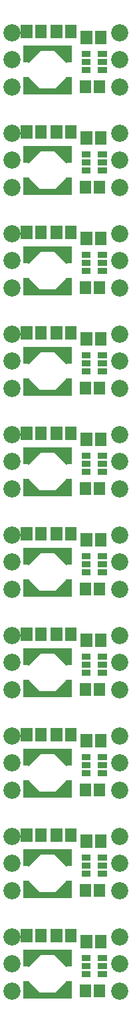
<source format=gbr>
G04 start of page 7 for group -4063 idx -4063 *
G04 Title: (unknown), componentmask *
G04 Creator: pcb 4.0.2 *
G04 CreationDate: Mon Aug 16 16:10:31 2021 UTC *
G04 For: ndholmes *
G04 Format: Gerber/RS-274X *
G04 PCB-Dimensions (mil): 700.00 5100.00 *
G04 PCB-Coordinate-Origin: lower left *
%MOIN*%
%FSLAX25Y25*%
%LNTOPMASK*%
%ADD34C,0.0001*%
%ADD33C,0.0860*%
G54D33*X62000Y366500D03*
Y380000D03*
Y393500D03*
Y343500D03*
X8000Y380000D03*
Y366500D03*
Y393500D03*
Y330000D03*
Y316500D03*
Y343500D03*
Y466500D03*
X62000Y416500D03*
X8000D03*
X62000Y443500D03*
X8000D03*
X62000Y466500D03*
X8000Y480000D03*
X62000D03*
Y493500D03*
X8000D03*
Y430000D03*
X62000D03*
Y316500D03*
Y330000D03*
Y280000D03*
Y293500D03*
X8000Y280000D03*
Y293500D03*
Y266500D03*
Y230000D03*
Y243500D03*
X62000Y266500D03*
Y216500D03*
Y230000D03*
Y243500D03*
Y166500D03*
Y180000D03*
Y193500D03*
X8000Y216500D03*
Y180000D03*
Y166500D03*
Y193500D03*
X62000Y116500D03*
Y130000D03*
Y143500D03*
Y93500D03*
X8000Y130000D03*
Y116500D03*
Y143500D03*
Y80000D03*
Y66500D03*
Y93500D03*
X62000Y66500D03*
Y80000D03*
Y16500D03*
Y30000D03*
Y43500D03*
X8000Y30000D03*
Y16500D03*
Y43500D03*
G54D34*G36*
X13850Y315750D02*Y312850D01*
X38150D01*
Y315750D01*
X13850D01*
G37*
G36*
X38150Y321350D02*X35250D01*
Y312850D01*
X38150D01*
Y321350D01*
G37*
G36*
X16750D02*X13850D01*
Y312850D01*
X16750D01*
Y321350D01*
G37*
G36*
X33750Y317250D02*Y313650D01*
X37350D01*
Y317250D01*
X33750D01*
G37*
G36*
X14650D02*Y313650D01*
X18250D01*
Y317250D01*
X14650D01*
G37*
G36*
X38096Y318923D02*X35550Y321469D01*
X29531Y315450D01*
X32077Y312904D01*
X38096Y318923D01*
G37*
G36*
X16450Y321469D02*X13904Y318923D01*
X19923Y312904D01*
X22469Y315450D01*
X16450Y321469D01*
G37*
G36*
X51200Y326500D02*Y323500D01*
X55800D01*
Y326500D01*
X51200D01*
G37*
G36*
X54902Y319752D02*X49184D01*
Y313248D01*
X54902D01*
Y319752D01*
G37*
G36*
X51200Y330400D02*Y327400D01*
X55800D01*
Y330400D01*
X51200D01*
G37*
G36*
Y334300D02*Y331300D01*
X55800D01*
Y334300D01*
X51200D01*
G37*
G36*
X55402Y344252D02*X49684D01*
Y337748D01*
X55402D01*
Y344252D01*
G37*
G36*
X18316Y297252D02*X12598D01*
Y290748D01*
X18316D01*
Y297252D01*
G37*
G36*
X25402D02*X19684D01*
Y290748D01*
X25402D01*
Y297252D01*
G37*
G36*
X40402D02*X34684D01*
Y290748D01*
X40402D01*
Y297252D01*
G37*
G36*
X33316D02*X27598D01*
Y290748D01*
X33316D01*
Y297252D01*
G37*
G36*
X13850Y287150D02*Y284250D01*
X38150D01*
Y287150D01*
X13850D01*
G37*
G36*
Y265750D02*Y262850D01*
X38150D01*
Y265750D01*
X13850D01*
G37*
G36*
X38150Y271350D02*X35250D01*
Y262850D01*
X38150D01*
Y271350D01*
G37*
G36*
X16750D02*X13850D01*
Y262850D01*
X16750D01*
Y271350D01*
G37*
G36*
X33750Y267250D02*Y263650D01*
X37350D01*
Y267250D01*
X33750D01*
G37*
G36*
X14650D02*Y263650D01*
X18250D01*
Y267250D01*
X14650D01*
G37*
G36*
X16450Y271469D02*X13904Y268923D01*
X19923Y262904D01*
X22469Y265450D01*
X16450Y271469D01*
G37*
G36*
X51200Y276500D02*Y273500D01*
X55800D01*
Y276500D01*
X51200D01*
G37*
G36*
X54902Y269752D02*X49184D01*
Y263248D01*
X54902D01*
Y269752D01*
G37*
G36*
X51200Y280400D02*Y277400D01*
X55800D01*
Y280400D01*
X51200D01*
G37*
G36*
Y284300D02*Y281300D01*
X55800D01*
Y284300D01*
X51200D01*
G37*
G36*
X38096Y268923D02*X35550Y271469D01*
X29531Y265450D01*
X32077Y262904D01*
X38096Y268923D01*
G37*
G36*
X40402Y247252D02*X34684D01*
Y240748D01*
X40402D01*
Y247252D01*
G37*
G36*
X33316D02*X27598D01*
Y240748D01*
X33316D01*
Y247252D01*
G37*
G36*
X18316D02*X12598D01*
Y240748D01*
X18316D01*
Y247252D01*
G37*
G36*
X25402D02*X19684D01*
Y240748D01*
X25402D01*
Y247252D01*
G37*
G36*
X16750Y237150D02*X13850D01*
Y228650D01*
X16750D01*
Y237150D01*
G37*
G36*
X22469Y234550D02*X19923Y237096D01*
X13904Y231077D01*
X16450Y228531D01*
X22469Y234550D01*
G37*
G36*
X14650Y236350D02*Y232750D01*
X18250D01*
Y236350D01*
X14650D01*
G37*
G36*
X13850Y215750D02*Y212850D01*
X38150D01*
Y215750D01*
X13850D01*
G37*
G36*
X38150Y221350D02*X35250D01*
Y212850D01*
X38150D01*
Y221350D01*
G37*
G36*
X16750D02*X13850D01*
Y212850D01*
X16750D01*
Y221350D01*
G37*
G36*
X33750Y217250D02*Y213650D01*
X37350D01*
Y217250D01*
X33750D01*
G37*
G36*
X14650D02*Y213650D01*
X18250D01*
Y217250D01*
X14650D01*
G37*
G36*
X16450Y221469D02*X13904Y218923D01*
X19923Y212904D01*
X22469Y215450D01*
X16450Y221469D01*
G37*
G36*
X32077Y237096D02*X29531Y234550D01*
X35550Y228531D01*
X38096Y231077D01*
X32077Y237096D01*
G37*
G36*
X13850Y237150D02*Y234250D01*
X38150D01*
Y237150D01*
X13850D01*
G37*
G36*
X38150D02*X35250D01*
Y228650D01*
X38150D01*
Y237150D01*
G37*
G36*
X33750Y236350D02*Y232750D01*
X37350D01*
Y236350D01*
X33750D01*
G37*
G36*
X51200Y226500D02*Y223500D01*
X55800D01*
Y226500D01*
X51200D01*
G37*
G36*
Y230400D02*Y227400D01*
X55800D01*
Y230400D01*
X51200D01*
G37*
G36*
X43000D02*Y227400D01*
X47600D01*
Y230400D01*
X43000D01*
G37*
G36*
Y226500D02*Y223500D01*
X47600D01*
Y226500D01*
X43000D01*
G37*
G36*
X51200Y234300D02*Y231300D01*
X55800D01*
Y234300D01*
X51200D01*
G37*
G36*
X43000D02*Y231300D01*
X47600D01*
Y234300D01*
X43000D01*
G37*
G36*
X55402Y244252D02*X49684D01*
Y237748D01*
X55402D01*
Y244252D01*
G37*
G36*
X48316D02*X42598D01*
Y237748D01*
X48316D01*
Y244252D01*
G37*
G36*
X38096Y218923D02*X35550Y221469D01*
X29531Y215450D01*
X32077Y212904D01*
X38096Y218923D01*
G37*
G36*
X40402Y197252D02*X34684D01*
Y190748D01*
X40402D01*
Y197252D01*
G37*
G36*
X33316D02*X27598D01*
Y190748D01*
X33316D01*
Y197252D01*
G37*
G36*
X54902Y219752D02*X49184D01*
Y213248D01*
X54902D01*
Y219752D01*
G37*
G36*
X55402Y194252D02*X49684D01*
Y187748D01*
X55402D01*
Y194252D01*
G37*
G36*
X47816Y219752D02*X42098D01*
Y213248D01*
X47816D01*
Y219752D01*
G37*
G36*
X43000Y184300D02*Y181300D01*
X47600D01*
Y184300D01*
X43000D01*
G37*
G36*
Y180400D02*Y177400D01*
X47600D01*
Y180400D01*
X43000D01*
G37*
G36*
Y176500D02*Y173500D01*
X47600D01*
Y176500D01*
X43000D01*
G37*
G36*
X47816Y169752D02*X42098D01*
Y163248D01*
X47816D01*
Y169752D01*
G37*
G36*
X48316Y194252D02*X42598D01*
Y187748D01*
X48316D01*
Y194252D01*
G37*
G36*
X51200Y176500D02*Y173500D01*
X55800D01*
Y176500D01*
X51200D01*
G37*
G36*
Y180400D02*Y177400D01*
X55800D01*
Y180400D01*
X51200D01*
G37*
G36*
Y184300D02*Y181300D01*
X55800D01*
Y184300D01*
X51200D01*
G37*
G36*
X54902Y169752D02*X49184D01*
Y163248D01*
X54902D01*
Y169752D01*
G37*
G36*
X18316Y197252D02*X12598D01*
Y190748D01*
X18316D01*
Y197252D01*
G37*
G36*
X25402D02*X19684D01*
Y190748D01*
X25402D01*
Y197252D01*
G37*
G36*
X16750Y187150D02*X13850D01*
Y178650D01*
X16750D01*
Y187150D01*
G37*
G36*
X22469Y184550D02*X19923Y187096D01*
X13904Y181077D01*
X16450Y178531D01*
X22469Y184550D01*
G37*
G36*
X14650Y186350D02*Y182750D01*
X18250D01*
Y186350D01*
X14650D01*
G37*
G36*
X13850Y165750D02*Y162850D01*
X38150D01*
Y165750D01*
X13850D01*
G37*
G36*
X38150Y171350D02*X35250D01*
Y162850D01*
X38150D01*
Y171350D01*
G37*
G36*
X16750D02*X13850D01*
Y162850D01*
X16750D01*
Y171350D01*
G37*
G36*
X33750Y167250D02*Y163650D01*
X37350D01*
Y167250D01*
X33750D01*
G37*
G36*
X14650D02*Y163650D01*
X18250D01*
Y167250D01*
X14650D01*
G37*
G36*
X38096Y168923D02*X35550Y171469D01*
X29531Y165450D01*
X32077Y162904D01*
X38096Y168923D01*
G37*
G36*
X40402Y147252D02*X34684D01*
Y140748D01*
X40402D01*
Y147252D01*
G37*
G36*
X33316D02*X27598D01*
Y140748D01*
X33316D01*
Y147252D01*
G37*
G36*
X16450Y171469D02*X13904Y168923D01*
X19923Y162904D01*
X22469Y165450D01*
X16450Y171469D01*
G37*
G36*
X18316Y147252D02*X12598D01*
Y140748D01*
X18316D01*
Y147252D01*
G37*
G36*
X25402D02*X19684D01*
Y140748D01*
X25402D01*
Y147252D01*
G37*
G36*
X32077Y187096D02*X29531Y184550D01*
X35550Y178531D01*
X38096Y181077D01*
X32077Y187096D01*
G37*
G36*
X13850Y187150D02*Y184250D01*
X38150D01*
Y187150D01*
X13850D01*
G37*
G36*
X38150D02*X35250D01*
Y178650D01*
X38150D01*
Y187150D01*
G37*
G36*
X33750Y186350D02*Y182750D01*
X37350D01*
Y186350D01*
X33750D01*
G37*
G36*
X13850Y137150D02*Y134250D01*
X38150D01*
Y137150D01*
X13850D01*
G37*
G36*
X38150D02*X35250D01*
Y128650D01*
X38150D01*
Y137150D01*
G37*
G36*
X32077Y137096D02*X29531Y134550D01*
X35550Y128531D01*
X38096Y131077D01*
X32077Y137096D01*
G37*
G36*
X33750Y136350D02*Y132750D01*
X37350D01*
Y136350D01*
X33750D01*
G37*
G36*
X16750Y137150D02*X13850D01*
Y128650D01*
X16750D01*
Y137150D01*
G37*
G36*
X22469Y134550D02*X19923Y137096D01*
X13904Y131077D01*
X16450Y128531D01*
X22469Y134550D01*
G37*
G36*
X14650Y136350D02*Y132750D01*
X18250D01*
Y136350D01*
X14650D01*
G37*
G36*
X51200Y126500D02*Y123500D01*
X55800D01*
Y126500D01*
X51200D01*
G37*
G36*
Y130400D02*Y127400D01*
X55800D01*
Y130400D01*
X51200D01*
G37*
G36*
Y134300D02*Y131300D01*
X55800D01*
Y134300D01*
X51200D01*
G37*
G36*
X43000D02*Y131300D01*
X47600D01*
Y134300D01*
X43000D01*
G37*
G36*
Y130400D02*Y127400D01*
X47600D01*
Y130400D01*
X43000D01*
G37*
G36*
Y126500D02*Y123500D01*
X47600D01*
Y126500D01*
X43000D01*
G37*
G36*
X54902Y119752D02*X49184D01*
Y113248D01*
X54902D01*
Y119752D01*
G37*
G36*
X55402Y144252D02*X49684D01*
Y137748D01*
X55402D01*
Y144252D01*
G37*
G36*
X48316D02*X42598D01*
Y137748D01*
X48316D01*
Y144252D01*
G37*
G36*
X13850Y115750D02*Y112850D01*
X38150D01*
Y115750D01*
X13850D01*
G37*
G36*
X38150Y121350D02*X35250D01*
Y112850D01*
X38150D01*
Y121350D01*
G37*
G36*
X40402Y97252D02*X34684D01*
Y90748D01*
X40402D01*
Y97252D01*
G37*
G36*
X33316D02*X27598D01*
Y90748D01*
X33316D01*
Y97252D01*
G37*
G36*
X16750Y121350D02*X13850D01*
Y112850D01*
X16750D01*
Y121350D01*
G37*
G36*
X38096Y118923D02*X35550Y121469D01*
X29531Y115450D01*
X32077Y112904D01*
X38096Y118923D01*
G37*
G36*
X33750Y117250D02*Y113650D01*
X37350D01*
Y117250D01*
X33750D01*
G37*
G36*
X16450Y121469D02*X13904Y118923D01*
X19923Y112904D01*
X22469Y115450D01*
X16450Y121469D01*
G37*
G36*
X14650Y117250D02*Y113650D01*
X18250D01*
Y117250D01*
X14650D01*
G37*
G36*
X47816Y119752D02*X42098D01*
Y113248D01*
X47816D01*
Y119752D01*
G37*
G36*
X43000Y84300D02*Y81300D01*
X47600D01*
Y84300D01*
X43000D01*
G37*
G36*
Y80400D02*Y77400D01*
X47600D01*
Y80400D01*
X43000D01*
G37*
G36*
Y76500D02*Y73500D01*
X47600D01*
Y76500D01*
X43000D01*
G37*
G36*
X47816Y69752D02*X42098D01*
Y63248D01*
X47816D01*
Y69752D01*
G37*
G36*
X48316Y94252D02*X42598D01*
Y87748D01*
X48316D01*
Y94252D01*
G37*
G36*
X55402D02*X49684D01*
Y87748D01*
X55402D01*
Y94252D01*
G37*
G36*
X51200Y76500D02*Y73500D01*
X55800D01*
Y76500D01*
X51200D01*
G37*
G36*
Y80400D02*Y77400D01*
X55800D01*
Y80400D01*
X51200D01*
G37*
G36*
Y84300D02*Y81300D01*
X55800D01*
Y84300D01*
X51200D01*
G37*
G36*
X54902Y69752D02*X49184D01*
Y63248D01*
X54902D01*
Y69752D01*
G37*
G36*
X18316Y97252D02*X12598D01*
Y90748D01*
X18316D01*
Y97252D01*
G37*
G36*
X25402D02*X19684D01*
Y90748D01*
X25402D01*
Y97252D01*
G37*
G36*
X16750Y87150D02*X13850D01*
Y78650D01*
X16750D01*
Y87150D01*
G37*
G36*
X14650Y86350D02*Y82750D01*
X18250D01*
Y86350D01*
X14650D01*
G37*
G36*
X32077Y87096D02*X29531Y84550D01*
X35550Y78531D01*
X38096Y81077D01*
X32077Y87096D01*
G37*
G36*
X22469Y84550D02*X19923Y87096D01*
X13904Y81077D01*
X16450Y78531D01*
X22469Y84550D01*
G37*
G36*
X13850Y87150D02*Y84250D01*
X38150D01*
Y87150D01*
X13850D01*
G37*
G36*
X38150D02*X35250D01*
Y78650D01*
X38150D01*
Y87150D01*
G37*
G36*
X33750Y86350D02*Y82750D01*
X37350D01*
Y86350D01*
X33750D01*
G37*
G36*
X13850Y65750D02*Y62850D01*
X38150D01*
Y65750D01*
X13850D01*
G37*
G36*
X38150Y71350D02*X35250D01*
Y62850D01*
X38150D01*
Y71350D01*
G37*
G36*
X16750D02*X13850D01*
Y62850D01*
X16750D01*
Y71350D01*
G37*
G36*
X33750Y67250D02*Y63650D01*
X37350D01*
Y67250D01*
X33750D01*
G37*
G36*
X14650D02*Y63650D01*
X18250D01*
Y67250D01*
X14650D01*
G37*
G36*
X38096Y68923D02*X35550Y71469D01*
X29531Y65450D01*
X32077Y62904D01*
X38096Y68923D01*
G37*
G36*
X16450Y71469D02*X13904Y68923D01*
X19923Y62904D01*
X22469Y65450D01*
X16450Y71469D01*
G37*
G36*
X18316Y47252D02*X12598D01*
Y40748D01*
X18316D01*
Y47252D01*
G37*
G36*
X25402D02*X19684D01*
Y40748D01*
X25402D01*
Y47252D01*
G37*
G36*
X40402D02*X34684D01*
Y40748D01*
X40402D01*
Y47252D01*
G37*
G36*
X33316D02*X27598D01*
Y40748D01*
X33316D01*
Y47252D01*
G37*
G36*
X51200Y26500D02*Y23500D01*
X55800D01*
Y26500D01*
X51200D01*
G37*
G36*
Y30400D02*Y27400D01*
X55800D01*
Y30400D01*
X51200D01*
G37*
G36*
Y34300D02*Y31300D01*
X55800D01*
Y34300D01*
X51200D01*
G37*
G36*
X43000D02*Y31300D01*
X47600D01*
Y34300D01*
X43000D01*
G37*
G36*
Y30400D02*Y27400D01*
X47600D01*
Y30400D01*
X43000D01*
G37*
G36*
Y26500D02*Y23500D01*
X47600D01*
Y26500D01*
X43000D01*
G37*
G36*
X54902Y19752D02*X49184D01*
Y13248D01*
X54902D01*
Y19752D01*
G37*
G36*
X47816D02*X42098D01*
Y13248D01*
X47816D01*
Y19752D01*
G37*
G36*
X55402Y44252D02*X49684D01*
Y37748D01*
X55402D01*
Y44252D01*
G37*
G36*
X48316D02*X42598D01*
Y37748D01*
X48316D01*
Y44252D01*
G37*
G36*
X13850Y15750D02*Y12850D01*
X38150D01*
Y15750D01*
X13850D01*
G37*
G36*
X38150Y21350D02*X35250D01*
Y12850D01*
X38150D01*
Y21350D01*
G37*
G36*
X16750D02*X13850D01*
Y12850D01*
X16750D01*
Y21350D01*
G37*
G36*
X38096Y18923D02*X35550Y21469D01*
X29531Y15450D01*
X32077Y12904D01*
X38096Y18923D01*
G37*
G36*
X33750Y17250D02*Y13650D01*
X37350D01*
Y17250D01*
X33750D01*
G37*
G36*
X16450Y21469D02*X13904Y18923D01*
X19923Y12904D01*
X22469Y15450D01*
X16450Y21469D01*
G37*
G36*
X14650Y17250D02*Y13650D01*
X18250D01*
Y17250D01*
X14650D01*
G37*
G36*
X13850Y37150D02*Y34250D01*
X38150D01*
Y37150D01*
X13850D01*
G37*
G36*
X38150D02*X35250D01*
Y28650D01*
X38150D01*
Y37150D01*
G37*
G36*
X32077Y37096D02*X29531Y34550D01*
X35550Y28531D01*
X38096Y31077D01*
X32077Y37096D01*
G37*
G36*
X33750Y36350D02*Y32750D01*
X37350D01*
Y36350D01*
X33750D01*
G37*
G36*
X16750Y37150D02*X13850D01*
Y28650D01*
X16750D01*
Y37150D01*
G37*
G36*
X22469Y34550D02*X19923Y37096D01*
X13904Y31077D01*
X16450Y28531D01*
X22469Y34550D01*
G37*
G36*
X14650Y36350D02*Y32750D01*
X18250D01*
Y36350D01*
X14650D01*
G37*
G36*
X18316Y447252D02*X12598D01*
Y440748D01*
X18316D01*
Y447252D01*
G37*
G36*
X25402D02*X19684D01*
Y440748D01*
X25402D01*
Y447252D01*
G37*
G36*
X40402D02*X34684D01*
Y440748D01*
X40402D01*
Y447252D01*
G37*
G36*
X33316D02*X27598D01*
Y440748D01*
X33316D01*
Y447252D01*
G37*
G36*
X13850Y437150D02*Y434250D01*
X38150D01*
Y437150D01*
X13850D01*
G37*
G36*
Y415750D02*Y412850D01*
X38150D01*
Y415750D01*
X13850D01*
G37*
G36*
X38150Y421350D02*X35250D01*
Y412850D01*
X38150D01*
Y421350D01*
G37*
G36*
X16750D02*X13850D01*
Y412850D01*
X16750D01*
Y421350D01*
G37*
G36*
X33750Y417250D02*Y413650D01*
X37350D01*
Y417250D01*
X33750D01*
G37*
G36*
X14650D02*Y413650D01*
X18250D01*
Y417250D01*
X14650D01*
G37*
G36*
X16750Y437150D02*X13850D01*
Y428650D01*
X16750D01*
Y437150D01*
G37*
G36*
X22469Y434550D02*X19923Y437096D01*
X13904Y431077D01*
X16450Y428531D01*
X22469Y434550D01*
G37*
G36*
X14650Y436350D02*Y432750D01*
X18250D01*
Y436350D01*
X14650D01*
G37*
G36*
X38096Y418923D02*X35550Y421469D01*
X29531Y415450D01*
X32077Y412904D01*
X38096Y418923D01*
G37*
G36*
X32077Y437096D02*X29531Y434550D01*
X35550Y428531D01*
X38096Y431077D01*
X32077Y437096D01*
G37*
G36*
X33750Y436350D02*Y432750D01*
X37350D01*
Y436350D01*
X33750D01*
G37*
G36*
X40402Y397252D02*X34684D01*
Y390748D01*
X40402D01*
Y397252D01*
G37*
G36*
X33316D02*X27598D01*
Y390748D01*
X33316D01*
Y397252D01*
G37*
G36*
X16450Y421469D02*X13904Y418923D01*
X19923Y412904D01*
X22469Y415450D01*
X16450Y421469D01*
G37*
G36*
X18316Y397252D02*X12598D01*
Y390748D01*
X18316D01*
Y397252D01*
G37*
G36*
X25402D02*X19684D01*
Y390748D01*
X25402D01*
Y397252D01*
G37*
G36*
X51200Y426500D02*Y423500D01*
X55800D01*
Y426500D01*
X51200D01*
G37*
G36*
X43000D02*Y423500D01*
X47600D01*
Y426500D01*
X43000D01*
G37*
G36*
X54902Y419752D02*X49184D01*
Y413248D01*
X54902D01*
Y419752D01*
G37*
G36*
X47816D02*X42098D01*
Y413248D01*
X47816D01*
Y419752D01*
G37*
G36*
X51200Y430400D02*Y427400D01*
X55800D01*
Y430400D01*
X51200D01*
G37*
G36*
Y434300D02*Y431300D01*
X55800D01*
Y434300D01*
X51200D01*
G37*
G36*
X43000Y430400D02*Y427400D01*
X47600D01*
Y430400D01*
X43000D01*
G37*
G36*
Y434300D02*Y431300D01*
X47600D01*
Y434300D01*
X43000D01*
G37*
G36*
X38150Y437150D02*X35250D01*
Y428650D01*
X38150D01*
Y437150D01*
G37*
G36*
X55402Y444252D02*X49684D01*
Y437748D01*
X55402D01*
Y444252D01*
G37*
G36*
X48316D02*X42598D01*
Y437748D01*
X48316D01*
Y444252D01*
G37*
G36*
X18316Y497252D02*X12598D01*
Y490748D01*
X18316D01*
Y497252D01*
G37*
G36*
X25402D02*X19684D01*
Y490748D01*
X25402D01*
Y497252D01*
G37*
G36*
X13850Y465750D02*Y462850D01*
X38150D01*
Y465750D01*
X13850D01*
G37*
G36*
X16750Y471350D02*X13850D01*
Y462850D01*
X16750D01*
Y471350D01*
G37*
G36*
X38096Y468923D02*X35550Y471469D01*
X29531Y465450D01*
X32077Y462904D01*
X38096Y468923D01*
G37*
G36*
X16450Y471469D02*X13904Y468923D01*
X19923Y462904D01*
X22469Y465450D01*
X16450Y471469D01*
G37*
G36*
X33750Y467250D02*Y463650D01*
X37350D01*
Y467250D01*
X33750D01*
G37*
G36*
X14650D02*Y463650D01*
X18250D01*
Y467250D01*
X14650D01*
G37*
G36*
X33316Y497252D02*X27598D01*
Y490748D01*
X33316D01*
Y497252D01*
G37*
G36*
X32077Y487096D02*X29531Y484550D01*
X35550Y478531D01*
X38096Y481077D01*
X32077Y487096D01*
G37*
G36*
X33750Y486350D02*Y482750D01*
X37350D01*
Y486350D01*
X33750D01*
G37*
G36*
X13850Y487150D02*Y484250D01*
X38150D01*
Y487150D01*
X13850D01*
G37*
G36*
X16750D02*X13850D01*
Y478650D01*
X16750D01*
Y487150D01*
G37*
G36*
X22469Y484550D02*X19923Y487096D01*
X13904Y481077D01*
X16450Y478531D01*
X22469Y484550D01*
G37*
G36*
X14650Y486350D02*Y482750D01*
X18250D01*
Y486350D01*
X14650D01*
G37*
G36*
X40402Y497252D02*X34684D01*
Y490748D01*
X40402D01*
Y497252D01*
G37*
G36*
X38150Y487150D02*X35250D01*
Y478650D01*
X38150D01*
Y487150D01*
G37*
G36*
X55402Y494252D02*X49684D01*
Y487748D01*
X55402D01*
Y494252D01*
G37*
G36*
X48316D02*X42598D01*
Y487748D01*
X48316D01*
Y494252D01*
G37*
G36*
X43000Y484300D02*Y481300D01*
X47600D01*
Y484300D01*
X43000D01*
G37*
G36*
Y480400D02*Y477400D01*
X47600D01*
Y480400D01*
X43000D01*
G37*
G36*
Y476500D02*Y473500D01*
X47600D01*
Y476500D01*
X43000D01*
G37*
G36*
X54902Y469752D02*X49184D01*
Y463248D01*
X54902D01*
Y469752D01*
G37*
G36*
X47816D02*X42098D01*
Y463248D01*
X47816D01*
Y469752D01*
G37*
G36*
X38150Y471350D02*X35250D01*
Y462850D01*
X38150D01*
Y471350D01*
G37*
G36*
X51200Y476500D02*Y473500D01*
X55800D01*
Y476500D01*
X51200D01*
G37*
G36*
Y480400D02*Y477400D01*
X55800D01*
Y480400D01*
X51200D01*
G37*
G36*
Y484300D02*Y481300D01*
X55800D01*
Y484300D01*
X51200D01*
G37*
G36*
X43000Y384300D02*Y381300D01*
X47600D01*
Y384300D01*
X43000D01*
G37*
G36*
Y380400D02*Y377400D01*
X47600D01*
Y380400D01*
X43000D01*
G37*
G36*
Y376500D02*Y373500D01*
X47600D01*
Y376500D01*
X43000D01*
G37*
G36*
X47816Y369752D02*X42098D01*
Y363248D01*
X47816D01*
Y369752D01*
G37*
G36*
X48316Y394252D02*X42598D01*
Y387748D01*
X48316D01*
Y394252D01*
G37*
G36*
X43000Y334300D02*Y331300D01*
X47600D01*
Y334300D01*
X43000D01*
G37*
G36*
X48316Y344252D02*X42598D01*
Y337748D01*
X48316D01*
Y344252D01*
G37*
G36*
X13850Y365750D02*Y362850D01*
X38150D01*
Y365750D01*
X13850D01*
G37*
G36*
X38150Y371350D02*X35250D01*
Y362850D01*
X38150D01*
Y371350D01*
G37*
G36*
X38096Y368923D02*X35550Y371469D01*
X29531Y365450D01*
X32077Y362904D01*
X38096Y368923D01*
G37*
G36*
X33750Y367250D02*Y363650D01*
X37350D01*
Y367250D01*
X33750D01*
G37*
G36*
X16750Y371350D02*X13850D01*
Y362850D01*
X16750D01*
Y371350D01*
G37*
G36*
X16450Y371469D02*X13904Y368923D01*
X19923Y362904D01*
X22469Y365450D01*
X16450Y371469D01*
G37*
G36*
X14650Y367250D02*Y363650D01*
X18250D01*
Y367250D01*
X14650D01*
G37*
G36*
X18316Y347252D02*X12598D01*
Y340748D01*
X18316D01*
Y347252D01*
G37*
G36*
X25402D02*X19684D01*
Y340748D01*
X25402D01*
Y347252D01*
G37*
G36*
X13850Y387150D02*Y384250D01*
X38150D01*
Y387150D01*
X13850D01*
G37*
G36*
X38150D02*X35250D01*
Y378650D01*
X38150D01*
Y387150D01*
G37*
G36*
X32077Y387096D02*X29531Y384550D01*
X35550Y378531D01*
X38096Y381077D01*
X32077Y387096D01*
G37*
G36*
X33750Y386350D02*Y382750D01*
X37350D01*
Y386350D01*
X33750D01*
G37*
G36*
X16750Y387150D02*X13850D01*
Y378650D01*
X16750D01*
Y387150D01*
G37*
G36*
X22469Y384550D02*X19923Y387096D01*
X13904Y381077D01*
X16450Y378531D01*
X22469Y384550D01*
G37*
G36*
X14650Y386350D02*Y382750D01*
X18250D01*
Y386350D01*
X14650D01*
G37*
G36*
X54902Y369752D02*X49184D01*
Y363248D01*
X54902D01*
Y369752D01*
G37*
G36*
X55402Y394252D02*X49684D01*
Y387748D01*
X55402D01*
Y394252D01*
G37*
G36*
X51200Y376500D02*Y373500D01*
X55800D01*
Y376500D01*
X51200D01*
G37*
G36*
Y380400D02*Y377400D01*
X55800D01*
Y380400D01*
X51200D01*
G37*
G36*
Y384300D02*Y381300D01*
X55800D01*
Y384300D01*
X51200D01*
G37*
G36*
X40402Y347252D02*X34684D01*
Y340748D01*
X40402D01*
Y347252D01*
G37*
G36*
X33316D02*X27598D01*
Y340748D01*
X33316D01*
Y347252D01*
G37*
G36*
X38150Y337150D02*X35250D01*
Y328650D01*
X38150D01*
Y337150D01*
G37*
G36*
X33750Y336350D02*Y332750D01*
X37350D01*
Y336350D01*
X33750D01*
G37*
G36*
X32077Y337096D02*X29531Y334550D01*
X35550Y328531D01*
X38096Y331077D01*
X32077Y337096D01*
G37*
G36*
X22469Y334550D02*X19923Y337096D01*
X13904Y331077D01*
X16450Y328531D01*
X22469Y334550D01*
G37*
G36*
X13850Y337150D02*Y334250D01*
X38150D01*
Y337150D01*
X13850D01*
G37*
G36*
X16750D02*X13850D01*
Y328650D01*
X16750D01*
Y337150D01*
G37*
G36*
X14650Y336350D02*Y332750D01*
X18250D01*
Y336350D01*
X14650D01*
G37*
G36*
X43000Y330400D02*Y327400D01*
X47600D01*
Y330400D01*
X43000D01*
G37*
G36*
Y326500D02*Y323500D01*
X47600D01*
Y326500D01*
X43000D01*
G37*
G36*
X47816Y319752D02*X42098D01*
Y313248D01*
X47816D01*
Y319752D01*
G37*
G36*
X43000Y280400D02*Y277400D01*
X47600D01*
Y280400D01*
X43000D01*
G37*
G36*
Y276500D02*Y273500D01*
X47600D01*
Y276500D01*
X43000D01*
G37*
G36*
X47816Y269752D02*X42098D01*
Y263248D01*
X47816D01*
Y269752D01*
G37*
G36*
X16750Y287150D02*X13850D01*
Y278650D01*
X16750D01*
Y287150D01*
G37*
G36*
X32077Y287096D02*X29531Y284550D01*
X35550Y278531D01*
X38096Y281077D01*
X32077Y287096D01*
G37*
G36*
X33750Y286350D02*Y282750D01*
X37350D01*
Y286350D01*
X33750D01*
G37*
G36*
X22469Y284550D02*X19923Y287096D01*
X13904Y281077D01*
X16450Y278531D01*
X22469Y284550D01*
G37*
G36*
X14650Y286350D02*Y282750D01*
X18250D01*
Y286350D01*
X14650D01*
G37*
G36*
X43000Y284300D02*Y281300D01*
X47600D01*
Y284300D01*
X43000D01*
G37*
G36*
X38150Y287150D02*X35250D01*
Y278650D01*
X38150D01*
Y287150D01*
G37*
G36*
X55402Y294252D02*X49684D01*
Y287748D01*
X55402D01*
Y294252D01*
G37*
G36*
X48316D02*X42598D01*
Y287748D01*
X48316D01*
Y294252D01*
G37*
M02*

</source>
